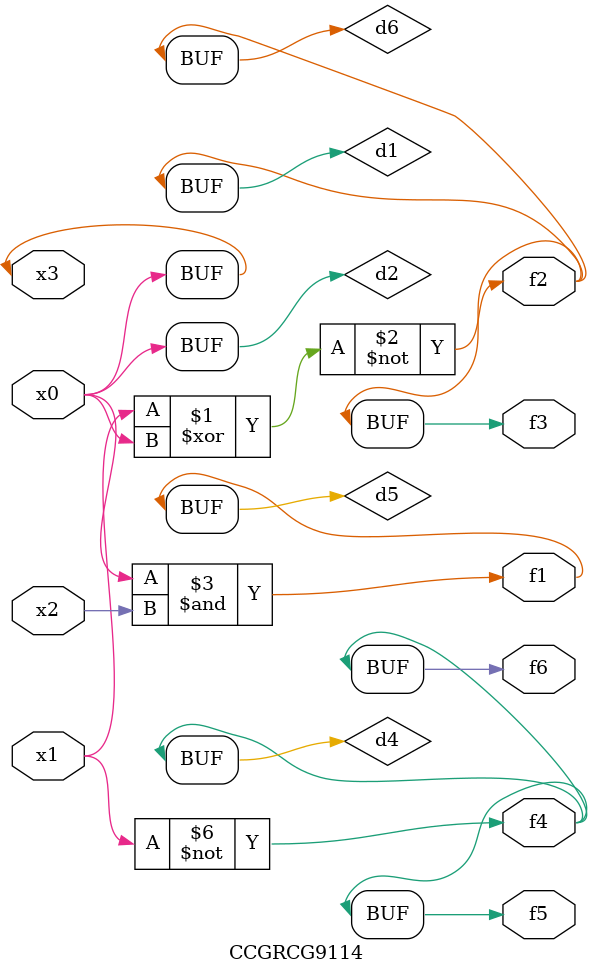
<source format=v>
module CCGRCG9114(
	input x0, x1, x2, x3,
	output f1, f2, f3, f4, f5, f6
);

	wire d1, d2, d3, d4, d5, d6;

	xnor (d1, x1, x3);
	buf (d2, x0, x3);
	nand (d3, x0, x2);
	not (d4, x1);
	nand (d5, d3);
	or (d6, d1);
	assign f1 = d5;
	assign f2 = d6;
	assign f3 = d6;
	assign f4 = d4;
	assign f5 = d4;
	assign f6 = d4;
endmodule

</source>
